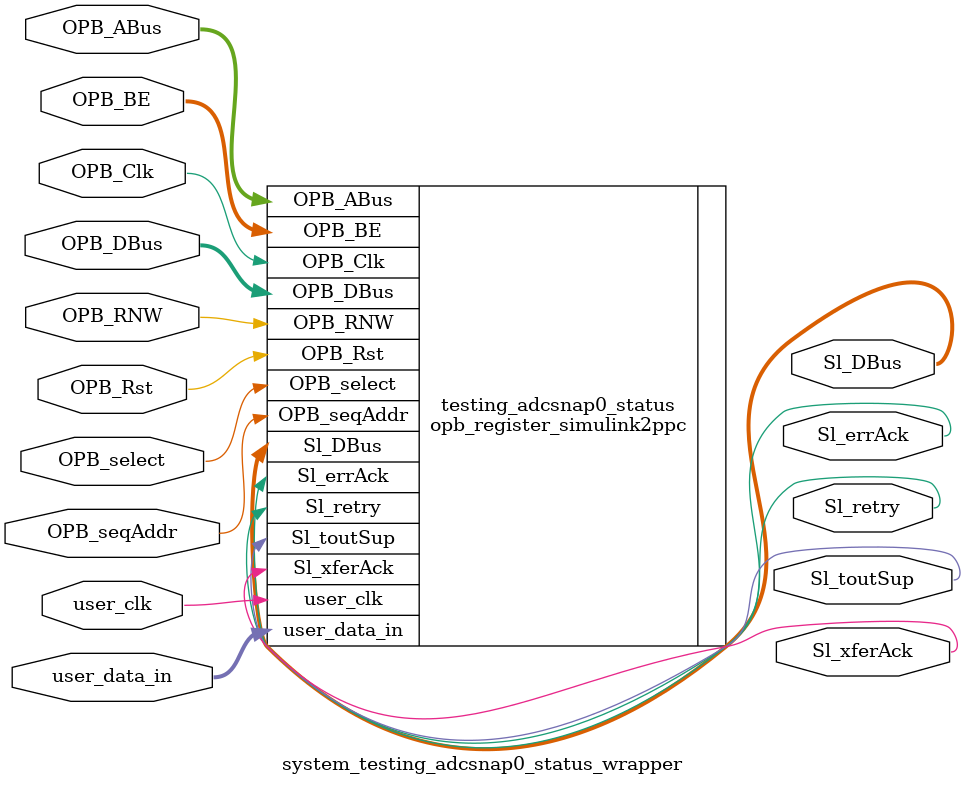
<source format=v>

module system_testing_adcsnap0_status_wrapper
  (
    OPB_Clk,
    OPB_Rst,
    Sl_DBus,
    Sl_errAck,
    Sl_retry,
    Sl_toutSup,
    Sl_xferAck,
    OPB_ABus,
    OPB_BE,
    OPB_DBus,
    OPB_RNW,
    OPB_select,
    OPB_seqAddr,
    user_data_in,
    user_clk
  );
  input OPB_Clk;
  input OPB_Rst;
  output [0:31] Sl_DBus;
  output Sl_errAck;
  output Sl_retry;
  output Sl_toutSup;
  output Sl_xferAck;
  input [0:31] OPB_ABus;
  input [0:3] OPB_BE;
  input [0:31] OPB_DBus;
  input OPB_RNW;
  input OPB_select;
  input OPB_seqAddr;
  input [31:0] user_data_in;
  input user_clk;

  opb_register_simulink2ppc
    #(
      .C_BASEADDR ( 32'h0100C100 ),
      .C_HIGHADDR ( 32'h0100C1FF ),
      .C_OPB_AWIDTH ( 32 ),
      .C_OPB_DWIDTH ( 32 ),
      .C_FAMILY ( "virtex6" )
    )
    testing_adcsnap0_status (
      .OPB_Clk ( OPB_Clk ),
      .OPB_Rst ( OPB_Rst ),
      .Sl_DBus ( Sl_DBus ),
      .Sl_errAck ( Sl_errAck ),
      .Sl_retry ( Sl_retry ),
      .Sl_toutSup ( Sl_toutSup ),
      .Sl_xferAck ( Sl_xferAck ),
      .OPB_ABus ( OPB_ABus ),
      .OPB_BE ( OPB_BE ),
      .OPB_DBus ( OPB_DBus ),
      .OPB_RNW ( OPB_RNW ),
      .OPB_select ( OPB_select ),
      .OPB_seqAddr ( OPB_seqAddr ),
      .user_data_in ( user_data_in ),
      .user_clk ( user_clk )
    );

endmodule


</source>
